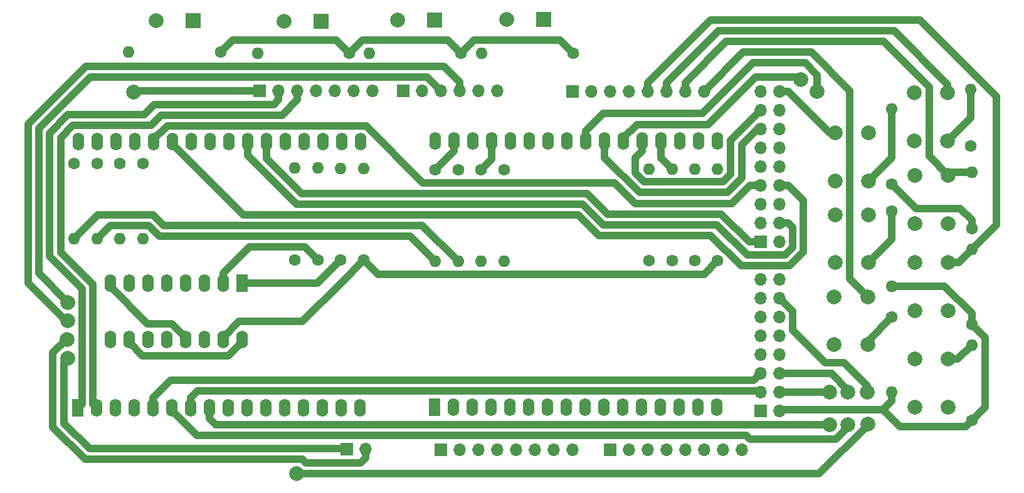
<source format=gbr>
G04 #@! TF.GenerationSoftware,KiCad,Pcbnew,7.0.2*
G04 #@! TF.CreationDate,2023-05-10T23:29:11-04:00*
G04 #@! TF.ProjectId,Tetris,54657472-6973-42e6-9b69-6361645f7063,rev?*
G04 #@! TF.SameCoordinates,Original*
G04 #@! TF.FileFunction,Copper,L1,Top*
G04 #@! TF.FilePolarity,Positive*
%FSLAX46Y46*%
G04 Gerber Fmt 4.6, Leading zero omitted, Abs format (unit mm)*
G04 Created by KiCad (PCBNEW 7.0.2) date 2023-05-10 23:29:11*
%MOMM*%
%LPD*%
G01*
G04 APERTURE LIST*
G04 #@! TA.AperFunction,ComponentPad*
%ADD10C,1.600000*%
G04 #@! TD*
G04 #@! TA.AperFunction,ComponentPad*
%ADD11O,1.600000X1.600000*%
G04 #@! TD*
G04 #@! TA.AperFunction,ComponentPad*
%ADD12C,2.000000*%
G04 #@! TD*
G04 #@! TA.AperFunction,ComponentPad*
%ADD13R,1.600000X2.400000*%
G04 #@! TD*
G04 #@! TA.AperFunction,ComponentPad*
%ADD14O,1.600000X2.400000*%
G04 #@! TD*
G04 #@! TA.AperFunction,ComponentPad*
%ADD15R,2.000000X2.000000*%
G04 #@! TD*
G04 #@! TA.AperFunction,ComponentPad*
%ADD16R,1.700000X1.700000*%
G04 #@! TD*
G04 #@! TA.AperFunction,ComponentPad*
%ADD17O,1.700000X1.700000*%
G04 #@! TD*
G04 #@! TA.AperFunction,ViaPad*
%ADD18C,2.000000*%
G04 #@! TD*
G04 #@! TA.AperFunction,Conductor*
%ADD19C,1.000000*%
G04 #@! TD*
G04 APERTURE END LIST*
D10*
G04 #@! TO.P,R13,1*
G04 #@! TO.N,Net-(M2-P_5)*
X105000000Y-91940000D03*
D11*
G04 #@! TO.P,R13,2*
G04 #@! TO.N,/S5*
X105000000Y-102100000D03*
G04 #@! TD*
D10*
G04 #@! TO.P,R14,1*
G04 #@! TO.N,Net-(M2-P_6)*
X101900000Y-91915000D03*
D11*
G04 #@! TO.P,R14,2*
G04 #@! TO.N,/S6*
X101900000Y-102075000D03*
G04 #@! TD*
D12*
G04 #@! TO.P,SW3,1,1*
G04 #@! TO.N,/18*
X213700000Y-105300000D03*
X213700000Y-111800000D03*
G04 #@! TO.P,SW3,2,2*
G04 #@! TO.N,+5V*
X209200000Y-105300000D03*
X209200000Y-111800000D03*
G04 #@! TD*
G04 #@! TO.P,SW6,1,1*
G04 #@! TO.N,/17*
X202950000Y-98850000D03*
X202950000Y-105350000D03*
G04 #@! TO.P,SW6,2,2*
G04 #@! TO.N,+5V*
X198450000Y-98850000D03*
X198450000Y-105350000D03*
G04 #@! TD*
D10*
G04 #@! TO.P,R2,1*
G04 #@! TO.N,/S2*
X179525000Y-105075000D03*
D11*
G04 #@! TO.P,R2,2*
G04 #@! TO.N,Net-(M1-P_2)*
X179525000Y-92675000D03*
G04 #@! TD*
D10*
G04 #@! TO.P,R3,1*
G04 #@! TO.N,/S3*
X173375000Y-105075000D03*
D11*
G04 #@! TO.P,R3,2*
G04 #@! TO.N,Net-(M1-P_3)*
X173375000Y-92675000D03*
G04 #@! TD*
D10*
G04 #@! TO.P,R15,1*
G04 #@! TO.N,Net-(M2-P_7)*
X98800000Y-91915000D03*
D11*
G04 #@! TO.P,R15,2*
G04 #@! TO.N,/S7*
X98800000Y-102075000D03*
G04 #@! TD*
D12*
G04 #@! TO.P,SW5,1,1*
G04 #@! TO.N,/16*
X202950000Y-87800000D03*
X202950000Y-94300000D03*
G04 #@! TO.P,SW5,2,2*
G04 #@! TO.N,+5V*
X198450000Y-87800000D03*
X198450000Y-94300000D03*
G04 #@! TD*
D13*
G04 #@! TO.P,M1,1,B_1*
G04 #@! TO.N,/A0*
X144400000Y-124900000D03*
D14*
G04 #@! TO.P,M1,2,B_2*
G04 #@! TO.N,/A1*
X146940000Y-124900000D03*
G04 #@! TO.P,M1,3,B_3*
G04 #@! TO.N,/A2*
X149480000Y-124900000D03*
G04 #@! TO.P,M1,4,B_4*
G04 #@! TO.N,/A3*
X152020000Y-124900000D03*
G04 #@! TO.P,M1,5,B_5*
G04 #@! TO.N,/A4*
X154560000Y-124900000D03*
G04 #@! TO.P,M1,6,B_6*
G04 #@! TO.N,/A5*
X157100000Y-124900000D03*
G04 #@! TO.P,M1,7,B_7*
G04 #@! TO.N,/A6*
X159640000Y-124900000D03*
G04 #@! TO.P,M1,8,B_8*
G04 #@! TO.N,/A7*
X162180000Y-124900000D03*
G04 #@! TO.P,M1,9,R_1*
G04 #@! TO.N,/A8*
X164720000Y-124900000D03*
G04 #@! TO.P,M1,10,R_2*
G04 #@! TO.N,/A9*
X167260000Y-124900000D03*
G04 #@! TO.P,M1,11,R_3*
G04 #@! TO.N,/A10*
X169800000Y-124900000D03*
G04 #@! TO.P,M1,12,R_4*
G04 #@! TO.N,/A11*
X172340000Y-124900000D03*
G04 #@! TO.P,M1,13,R_5*
G04 #@! TO.N,/A12*
X174880000Y-124900000D03*
G04 #@! TO.P,M1,14,R_6*
G04 #@! TO.N,/A13*
X177420000Y-124900000D03*
G04 #@! TO.P,M1,15,R_7*
G04 #@! TO.N,/A14*
X179960000Y-124900000D03*
G04 #@! TO.P,M1,16,R_8*
G04 #@! TO.N,/A15*
X182500000Y-124900000D03*
G04 #@! TO.P,M1,17,P_1*
G04 #@! TO.N,Net-(M1-P_1)*
X182600000Y-88900000D03*
G04 #@! TO.P,M1,18,P_2*
G04 #@! TO.N,Net-(M1-P_2)*
X180060000Y-88900000D03*
G04 #@! TO.P,M1,19,P_3*
G04 #@! TO.N,Net-(M1-P_3)*
X177520000Y-88900000D03*
G04 #@! TO.P,M1,20,P_4*
G04 #@! TO.N,Net-(M1-P_4)*
X174980000Y-88900000D03*
G04 #@! TO.P,M1,21,G_8*
G04 #@! TO.N,/22*
X172440000Y-88900000D03*
G04 #@! TO.P,M1,22,G_7*
G04 #@! TO.N,/23*
X169900000Y-88900000D03*
G04 #@! TO.P,M1,23,G_6*
G04 #@! TO.N,/24*
X167360000Y-88900000D03*
G04 #@! TO.P,M1,24,G_5*
G04 #@! TO.N,/25*
X164820000Y-88900000D03*
G04 #@! TO.P,M1,25,G_4*
G04 #@! TO.N,/26*
X162280000Y-88900000D03*
G04 #@! TO.P,M1,26,G_3*
G04 #@! TO.N,/27*
X159740000Y-88900000D03*
G04 #@! TO.P,M1,27,G_2*
G04 #@! TO.N,/28*
X157200000Y-88900000D03*
G04 #@! TO.P,M1,28,G_1*
G04 #@! TO.N,/29*
X154660000Y-88900000D03*
G04 #@! TO.P,M1,29,P_5*
G04 #@! TO.N,Net-(M1-P_5)*
X152120000Y-88900000D03*
G04 #@! TO.P,M1,30,P_6*
G04 #@! TO.N,Net-(M1-P_6)*
X149580000Y-88900000D03*
G04 #@! TO.P,M1,31,P_7*
G04 #@! TO.N,Net-(M1-P_7)*
X147040000Y-88900000D03*
G04 #@! TO.P,M1,32,P_8*
G04 #@! TO.N,Net-(M1-P_8)*
X144500000Y-88900000D03*
G04 #@! TD*
D12*
G04 #@! TO.P,SW4,1,1*
G04 #@! TO.N,/15*
X213750000Y-118400000D03*
X213750000Y-124900000D03*
G04 #@! TO.P,SW4,2,2*
G04 #@! TO.N,+5V*
X209250000Y-118400000D03*
X209250000Y-124900000D03*
G04 #@! TD*
D10*
G04 #@! TO.P,R5,1*
G04 #@! TO.N,Net-(M1-P_5)*
X150675000Y-92775000D03*
D11*
G04 #@! TO.P,R5,2*
G04 #@! TO.N,/S5*
X150675000Y-105175000D03*
G04 #@! TD*
D15*
G04 #@! TO.P,BZ4,1,-*
G04 #@! TO.N,/\u002A9*
X111750000Y-72650000D03*
D12*
G04 #@! TO.P,BZ4,2,+*
G04 #@! TO.N,Net-(BZ4-+)*
X106750000Y-72650000D03*
G04 #@! TD*
G04 #@! TO.P,SW7,1,1*
G04 #@! TO.N,/21*
X202850000Y-109950000D03*
X202850000Y-116450000D03*
G04 #@! TO.P,SW7,2,2*
G04 #@! TO.N,+5V*
X198350000Y-109950000D03*
X198350000Y-116450000D03*
G04 #@! TD*
D13*
G04 #@! TO.P,M2,1,B_1*
G04 #@! TO.N,/\u002A13*
X96210000Y-125000000D03*
D14*
G04 #@! TO.P,M2,2,B_2*
G04 #@! TO.N,/\u002A12*
X98750000Y-125000000D03*
G04 #@! TO.P,M2,3,B_3*
G04 #@! TO.N,/\u002A11*
X101290000Y-125000000D03*
G04 #@! TO.P,M2,4,B_4*
G04 #@! TO.N,/\u002A10*
X103830000Y-125000000D03*
G04 #@! TO.P,M2,5,B_5*
G04 #@! TO.N,/50*
X106370000Y-125000000D03*
G04 #@! TO.P,M2,6,B_6*
G04 #@! TO.N,/51*
X108910000Y-125000000D03*
G04 #@! TO.P,M2,7,B_7*
G04 #@! TO.N,/\u002A52*
X111450000Y-125000000D03*
G04 #@! TO.P,M2,8,B_8*
G04 #@! TO.N,/53*
X113990000Y-125000000D03*
G04 #@! TO.P,M2,9,R_1*
G04 #@! TO.N,/42*
X116530000Y-125000000D03*
G04 #@! TO.P,M2,10,R_2*
G04 #@! TO.N,/43*
X119070000Y-125000000D03*
G04 #@! TO.P,M2,11,R_3*
G04 #@! TO.N,/\u002A44*
X121610000Y-125000000D03*
G04 #@! TO.P,M2,12,R_4*
G04 #@! TO.N,/\u002A45*
X124150000Y-125000000D03*
G04 #@! TO.P,M2,13,R_5*
G04 #@! TO.N,/\u002A46*
X126690000Y-125000000D03*
G04 #@! TO.P,M2,14,R_6*
G04 #@! TO.N,/47*
X129230000Y-125000000D03*
G04 #@! TO.P,M2,15,R_7*
G04 #@! TO.N,/48*
X131770000Y-125000000D03*
G04 #@! TO.P,M2,16,R_8*
G04 #@! TO.N,/49*
X134310000Y-125000000D03*
G04 #@! TO.P,M2,17,P_1*
G04 #@! TO.N,Net-(M2-P_1)*
X134410000Y-89000000D03*
G04 #@! TO.P,M2,18,P_2*
G04 #@! TO.N,Net-(M2-P_2)*
X131870000Y-89000000D03*
G04 #@! TO.P,M2,19,P_3*
G04 #@! TO.N,Net-(M2-P_3)*
X129330000Y-89000000D03*
G04 #@! TO.P,M2,20,P_4*
G04 #@! TO.N,Net-(M2-P_4)*
X126790000Y-89000000D03*
G04 #@! TO.P,M2,21,G_8*
G04 #@! TO.N,/37*
X124250000Y-89000000D03*
G04 #@! TO.P,M2,22,G_7*
G04 #@! TO.N,/36*
X121710000Y-89000000D03*
G04 #@! TO.P,M2,23,G_6*
G04 #@! TO.N,/35*
X119170000Y-89000000D03*
G04 #@! TO.P,M2,24,G_5*
G04 #@! TO.N,/34*
X116630000Y-89000000D03*
G04 #@! TO.P,M2,25,G_4*
G04 #@! TO.N,/33*
X114090000Y-89000000D03*
G04 #@! TO.P,M2,26,G_3*
G04 #@! TO.N,/32*
X111550000Y-89000000D03*
G04 #@! TO.P,M2,27,G_2*
G04 #@! TO.N,/31*
X109010000Y-89000000D03*
G04 #@! TO.P,M2,28,G_1*
G04 #@! TO.N,/30*
X106470000Y-89000000D03*
G04 #@! TO.P,M2,29,P_5*
G04 #@! TO.N,Net-(M2-P_5)*
X103930000Y-89000000D03*
G04 #@! TO.P,M2,30,P_6*
G04 #@! TO.N,Net-(M2-P_6)*
X101390000Y-89000000D03*
G04 #@! TO.P,M2,31,P_7*
G04 #@! TO.N,Net-(M2-P_7)*
X98850000Y-89000000D03*
G04 #@! TO.P,M2,32,P_8*
G04 #@! TO.N,Net-(M2-P_8)*
X96310000Y-89000000D03*
G04 #@! TD*
D15*
G04 #@! TO.P,BZ3,1,-*
G04 #@! TO.N,/\u002A8*
X129075000Y-72715000D03*
D12*
G04 #@! TO.P,BZ3,2,+*
G04 #@! TO.N,Net-(BZ3-+)*
X124075000Y-72715000D03*
G04 #@! TD*
D15*
G04 #@! TO.P,BZ1,1,-*
G04 #@! TO.N,/\u002A6*
X159150000Y-72450000D03*
D12*
G04 #@! TO.P,BZ1,2,+*
G04 #@! TO.N,Net-(BZ1-+)*
X154150000Y-72450000D03*
G04 #@! TD*
D10*
G04 #@! TO.P,R11,1*
G04 #@! TO.N,/S3*
X128600000Y-104975000D03*
D11*
G04 #@! TO.P,R11,2*
G04 #@! TO.N,Net-(M2-P_3)*
X128600000Y-92575000D03*
G04 #@! TD*
D10*
G04 #@! TO.P,R12,1*
G04 #@! TO.N,/S4*
X125500000Y-104975000D03*
D11*
G04 #@! TO.P,R12,2*
G04 #@! TO.N,Net-(M2-P_4)*
X125500000Y-92575000D03*
G04 #@! TD*
D13*
G04 #@! TO.P,U1,1,QB*
G04 #@! TO.N,/S2*
X118355000Y-108155000D03*
D14*
G04 #@! TO.P,U1,2,QC*
G04 #@! TO.N,/S3*
X115815000Y-108155000D03*
G04 #@! TO.P,U1,3,QD*
G04 #@! TO.N,/S4*
X113275000Y-108155000D03*
G04 #@! TO.P,U1,4,QE*
G04 #@! TO.N,/S5*
X110735000Y-108155000D03*
G04 #@! TO.P,U1,5,QF*
G04 #@! TO.N,/S6*
X108195000Y-108155000D03*
G04 #@! TO.P,U1,6,QG*
G04 #@! TO.N,/S7*
X105655000Y-108155000D03*
G04 #@! TO.P,U1,7,QH*
G04 #@! TO.N,/S8*
X103115000Y-108155000D03*
G04 #@! TO.P,U1,8,GND*
G04 #@! TO.N,GND*
X100575000Y-108155000D03*
G04 #@! TO.P,U1,9,QH'*
G04 #@! TO.N,unconnected-(U1-QH'-Pad9)*
X100575000Y-115775000D03*
G04 #@! TO.P,U1,10,~{SRCLR}*
G04 #@! TO.N,+5V*
X103115000Y-115775000D03*
G04 #@! TO.P,U1,11,SRCLK*
G04 #@! TO.N,/\u002A4*
X105655000Y-115775000D03*
G04 #@! TO.P,U1,12,RCLK*
G04 #@! TO.N,/\u002A5*
X108195000Y-115775000D03*
G04 #@! TO.P,U1,13,~{OE}*
G04 #@! TO.N,GND*
X110735000Y-115775000D03*
G04 #@! TO.P,U1,14,SER*
G04 #@! TO.N,/40*
X113275000Y-115775000D03*
G04 #@! TO.P,U1,15,QA*
G04 #@! TO.N,/S1*
X115815000Y-115775000D03*
G04 #@! TO.P,U1,16,VCC*
G04 #@! TO.N,+5V*
X118355000Y-115775000D03*
G04 #@! TD*
D10*
G04 #@! TO.P,R1,1*
G04 #@! TO.N,/S1*
X182600000Y-105075000D03*
D11*
G04 #@! TO.P,R1,2*
G04 #@! TO.N,Net-(M1-P_1)*
X182600000Y-92675000D03*
G04 #@! TD*
D10*
G04 #@! TO.P,R16,1*
G04 #@! TO.N,Net-(M2-P_8)*
X95725000Y-91915000D03*
D11*
G04 #@! TO.P,R16,2*
G04 #@! TO.N,/S8*
X95725000Y-102075000D03*
G04 #@! TD*
D10*
G04 #@! TO.P,R9,1*
G04 #@! TO.N,/S1*
X134800000Y-105000000D03*
D11*
G04 #@! TO.P,R9,2*
G04 #@! TO.N,Net-(M2-P_1)*
X134800000Y-92600000D03*
G04 #@! TD*
D10*
G04 #@! TO.P,R10,1*
G04 #@! TO.N,/S2*
X131700000Y-105000000D03*
D11*
G04 #@! TO.P,R10,2*
G04 #@! TO.N,Net-(M2-P_2)*
X131700000Y-92600000D03*
G04 #@! TD*
D10*
G04 #@! TO.P,R7,1*
G04 #@! TO.N,Net-(M1-P_7)*
X144475000Y-92775000D03*
D11*
G04 #@! TO.P,R7,2*
G04 #@! TO.N,/S7*
X144475000Y-105175000D03*
G04 #@! TD*
D10*
G04 #@! TO.P,R6,1*
G04 #@! TO.N,Net-(M1-P_6)*
X153775000Y-92775000D03*
D11*
G04 #@! TO.P,R6,2*
G04 #@! TO.N,/S6*
X153775000Y-105175000D03*
G04 #@! TD*
D12*
G04 #@! TO.P,SW2,1,1*
G04 #@! TO.N,/20*
X213750000Y-93550000D03*
X213750000Y-100050000D03*
G04 #@! TO.P,SW2,2,2*
G04 #@! TO.N,+5V*
X209250000Y-93550000D03*
X209250000Y-100050000D03*
G04 #@! TD*
D15*
G04 #@! TO.P,BZ2,1,-*
G04 #@! TO.N,/\u002A7*
X144350000Y-72550000D03*
D12*
G04 #@! TO.P,BZ2,2,+*
G04 #@! TO.N,Net-(BZ2-+)*
X139350000Y-72550000D03*
G04 #@! TD*
G04 #@! TO.P,SW1,1,1*
G04 #@! TO.N,/19*
X213650000Y-82400000D03*
X213650000Y-88900000D03*
G04 #@! TO.P,SW1,2,2*
G04 #@! TO.N,+5V*
X209150000Y-82400000D03*
X209150000Y-88900000D03*
G04 #@! TD*
D10*
G04 #@! TO.P,R4,1*
G04 #@! TO.N,/S4*
X176450000Y-105075000D03*
D11*
G04 #@! TO.P,R4,2*
G04 #@! TO.N,Net-(M1-P_4)*
X176450000Y-92675000D03*
G04 #@! TD*
D10*
G04 #@! TO.P,R8,1*
G04 #@! TO.N,Net-(M1-P_8)*
X147575000Y-92775000D03*
D11*
G04 #@! TO.P,R8,2*
G04 #@! TO.N,/S8*
X147575000Y-105175000D03*
G04 #@! TD*
D16*
G04 #@! TO.P,J7,1,Pin_1*
G04 #@! TO.N,/36*
X188392000Y-102530000D03*
D17*
G04 #@! TO.P,J7,2,Pin_2*
G04 #@! TO.N,/37*
X190932000Y-102530000D03*
G04 #@! TO.P,J7,3,Pin_3*
G04 #@! TO.N,/34*
X188392000Y-99990000D03*
G04 #@! TO.P,J7,4,Pin_4*
G04 #@! TO.N,/35*
X190932000Y-99990000D03*
G04 #@! TO.P,J7,5,Pin_5*
G04 #@! TO.N,/32*
X188392000Y-97450000D03*
G04 #@! TO.P,J7,6,Pin_6*
G04 #@! TO.N,/33*
X190932000Y-97450000D03*
G04 #@! TO.P,J7,7,Pin_7*
G04 #@! TO.N,/30*
X188392000Y-94910000D03*
G04 #@! TO.P,J7,8,Pin_8*
G04 #@! TO.N,/31*
X190932000Y-94910000D03*
G04 #@! TO.P,J7,9,Pin_9*
G04 #@! TO.N,/28*
X188392000Y-92370000D03*
G04 #@! TO.P,J7,10,Pin_10*
G04 #@! TO.N,/29*
X190932000Y-92370000D03*
G04 #@! TO.P,J7,11,Pin_11*
G04 #@! TO.N,/26*
X188392000Y-89830000D03*
G04 #@! TO.P,J7,12,Pin_12*
G04 #@! TO.N,/27*
X190932000Y-89830000D03*
G04 #@! TO.P,J7,13,Pin_13*
G04 #@! TO.N,/24*
X188392000Y-87290000D03*
G04 #@! TO.P,J7,14,Pin_14*
G04 #@! TO.N,/25*
X190932000Y-87290000D03*
G04 #@! TO.P,J7,15,Pin_15*
G04 #@! TO.N,/22*
X188392000Y-84750000D03*
G04 #@! TO.P,J7,16,Pin_16*
G04 #@! TO.N,/23*
X190932000Y-84750000D03*
G04 #@! TO.P,J7,17,Pin_17*
G04 #@! TO.N,+5V*
X188392000Y-82210000D03*
G04 #@! TO.P,J7,18,Pin_18*
X190932000Y-82210000D03*
G04 #@! TD*
D10*
G04 #@! TO.P,R27,1*
G04 #@! TO.N,GND*
X115500000Y-76850000D03*
D11*
G04 #@! TO.P,R27,2*
G04 #@! TO.N,Net-(BZ4-+)*
X103100000Y-76850000D03*
G04 #@! TD*
D16*
G04 #@! TO.P,J8,1,Pin_1*
G04 #@! TO.N,GND*
X188410000Y-125380000D03*
D17*
G04 #@! TO.P,J8,2,Pin_2*
X190950000Y-125380000D03*
G04 #@! TO.P,J8,3,Pin_3*
G04 #@! TO.N,/\u002A52*
X188410000Y-122840000D03*
G04 #@! TO.P,J8,4,Pin_4*
G04 #@! TO.N,/53*
X190950000Y-122840000D03*
G04 #@! TO.P,J8,5,Pin_5*
G04 #@! TO.N,/50*
X188410000Y-120300000D03*
G04 #@! TO.P,J8,6,Pin_6*
G04 #@! TO.N,/51*
X190950000Y-120300000D03*
G04 #@! TO.P,J8,7,Pin_7*
G04 #@! TO.N,/48*
X188410000Y-117760000D03*
G04 #@! TO.P,J8,8,Pin_8*
G04 #@! TO.N,/49*
X190950000Y-117760000D03*
G04 #@! TO.P,J8,9,Pin_9*
G04 #@! TO.N,/\u002A46*
X188410000Y-115220000D03*
G04 #@! TO.P,J8,10,Pin_10*
G04 #@! TO.N,/47*
X190950000Y-115220000D03*
G04 #@! TO.P,J8,11,Pin_11*
G04 #@! TO.N,/\u002A44*
X188410000Y-112680000D03*
G04 #@! TO.P,J8,12,Pin_12*
G04 #@! TO.N,/\u002A45*
X190950000Y-112680000D03*
G04 #@! TO.P,J8,13,Pin_13*
G04 #@! TO.N,/42*
X188410000Y-110140000D03*
G04 #@! TO.P,J8,14,Pin_14*
G04 #@! TO.N,/43*
X190950000Y-110140000D03*
G04 #@! TO.P,J8,15,Pin_15*
G04 #@! TO.N,/40*
X188410000Y-107600000D03*
G04 #@! TO.P,J8,16,Pin_16*
G04 #@! TO.N,/41*
X190950000Y-107600000D03*
G04 #@! TD*
D16*
G04 #@! TO.P,J2,1,Pin_1*
G04 #@! TO.N,GND*
X120800000Y-82100000D03*
D17*
G04 #@! TO.P,J2,2,Pin_2*
G04 #@! TO.N,/\u002A13*
X123340000Y-82100000D03*
G04 #@! TO.P,J2,3,Pin_3*
G04 #@! TO.N,/\u002A12*
X125880000Y-82100000D03*
G04 #@! TO.P,J2,4,Pin_4*
G04 #@! TO.N,/\u002A11*
X128420000Y-82100000D03*
G04 #@! TO.P,J2,5,Pin_5*
G04 #@! TO.N,/\u002A10*
X130960000Y-82100000D03*
G04 #@! TO.P,J2,6,Pin_6*
G04 #@! TO.N,/\u002A9*
X133500000Y-82100000D03*
G04 #@! TO.P,J2,7,Pin_7*
G04 #@! TO.N,/\u002A8*
X136040000Y-82100000D03*
G04 #@! TD*
D10*
G04 #@! TO.P,R19,1*
G04 #@! TO.N,GND*
X216900000Y-113680000D03*
D11*
G04 #@! TO.P,R19,2*
G04 #@! TO.N,/18*
X216900000Y-103520000D03*
G04 #@! TD*
D16*
G04 #@! TO.P,J1,1,Pin_1*
G04 #@! TO.N,+5V*
X132525000Y-130550000D03*
D17*
G04 #@! TO.P,J1,2,Pin_2*
G04 #@! TO.N,GND*
X135065000Y-130550000D03*
G04 #@! TD*
D10*
G04 #@! TO.P,R25,1*
G04 #@! TO.N,GND*
X147940000Y-77000000D03*
D11*
G04 #@! TO.P,R25,2*
G04 #@! TO.N,Net-(BZ2-+)*
X135540000Y-77000000D03*
G04 #@! TD*
D10*
G04 #@! TO.P,R18,1*
G04 #@! TO.N,GND*
X216900000Y-100710000D03*
D11*
G04 #@! TO.P,R18,2*
G04 #@! TO.N,/20*
X216900000Y-93090000D03*
G04 #@! TD*
D10*
G04 #@! TO.P,R17,1*
G04 #@! TO.N,GND*
X216800000Y-89560000D03*
D11*
G04 #@! TO.P,R17,2*
G04 #@! TO.N,/19*
X216800000Y-81940000D03*
G04 #@! TD*
D10*
G04 #@! TO.P,R26,1*
G04 #@! TO.N,GND*
X132875000Y-77015000D03*
D11*
G04 #@! TO.P,R26,2*
G04 #@! TO.N,Net-(BZ3-+)*
X120475000Y-77015000D03*
G04 #@! TD*
D16*
G04 #@! TO.P,J5,1,Pin_1*
G04 #@! TO.N,/A8*
X168057000Y-130600000D03*
D17*
G04 #@! TO.P,J5,2,Pin_2*
G04 #@! TO.N,/A9*
X170597000Y-130600000D03*
G04 #@! TO.P,J5,3,Pin_3*
G04 #@! TO.N,/A10*
X173137000Y-130600000D03*
G04 #@! TO.P,J5,4,Pin_4*
G04 #@! TO.N,/A11*
X175677000Y-130600000D03*
G04 #@! TO.P,J5,5,Pin_5*
G04 #@! TO.N,/A12*
X178217000Y-130600000D03*
G04 #@! TO.P,J5,6,Pin_6*
G04 #@! TO.N,/A13*
X180757000Y-130600000D03*
G04 #@! TO.P,J5,7,Pin_7*
G04 #@! TO.N,/A14*
X183297000Y-130600000D03*
G04 #@! TO.P,J5,8,Pin_8*
G04 #@! TO.N,/A15*
X185837000Y-130600000D03*
G04 #@! TD*
D10*
G04 #@! TO.P,R22,1*
G04 #@! TO.N,/17*
X206100000Y-98360000D03*
D11*
G04 #@! TO.P,R22,2*
G04 #@! TO.N,GND*
X206100000Y-108520000D03*
G04 #@! TD*
D10*
G04 #@! TO.P,R23,1*
G04 #@! TO.N,/21*
X206100000Y-112710000D03*
D11*
G04 #@! TO.P,R23,2*
G04 #@! TO.N,GND*
X206100000Y-122870000D03*
G04 #@! TD*
D10*
G04 #@! TO.P,R24,1*
G04 #@! TO.N,GND*
X163100000Y-77000000D03*
D11*
G04 #@! TO.P,R24,2*
G04 #@! TO.N,Net-(BZ1-+)*
X150700000Y-77000000D03*
G04 #@! TD*
D16*
G04 #@! TO.P,J4,1,Pin_1*
G04 #@! TO.N,/\u002A7*
X140117000Y-82100000D03*
D17*
G04 #@! TO.P,J4,2,Pin_2*
G04 #@! TO.N,/\u002A6*
X142657000Y-82100000D03*
G04 #@! TO.P,J4,3,Pin_3*
G04 #@! TO.N,/\u002A5*
X145197000Y-82100000D03*
G04 #@! TO.P,J4,4,Pin_4*
G04 #@! TO.N,/\u002A4*
X147737000Y-82100000D03*
G04 #@! TO.P,J4,5,Pin_5*
G04 #@! TO.N,/\u002A3*
X150277000Y-82100000D03*
G04 #@! TO.P,J4,6,Pin_6*
G04 #@! TO.N,/\u002A2*
X152817000Y-82100000D03*
G04 #@! TD*
D10*
G04 #@! TO.P,R21,1*
G04 #@! TO.N,GND*
X206100000Y-94730000D03*
D11*
G04 #@! TO.P,R21,2*
G04 #@! TO.N,/16*
X206100000Y-84570000D03*
G04 #@! TD*
D10*
G04 #@! TO.P,R20,1*
G04 #@! TO.N,GND*
X216900000Y-126660000D03*
D11*
G04 #@! TO.P,R20,2*
G04 #@! TO.N,/15*
X216900000Y-116500000D03*
G04 #@! TD*
D16*
G04 #@! TO.P,J6,1,Pin_1*
G04 #@! TO.N,/14*
X162997000Y-82200000D03*
D17*
G04 #@! TO.P,J6,2,Pin_2*
G04 #@! TO.N,/15*
X165537000Y-82200000D03*
G04 #@! TO.P,J6,3,Pin_3*
G04 #@! TO.N,/16*
X168077000Y-82200000D03*
G04 #@! TO.P,J6,4,Pin_4*
G04 #@! TO.N,/17*
X170617000Y-82200000D03*
G04 #@! TO.P,J6,5,Pin_5*
G04 #@! TO.N,/18*
X173157000Y-82200000D03*
G04 #@! TO.P,J6,6,Pin_6*
G04 #@! TO.N,/19*
X175697000Y-82200000D03*
G04 #@! TO.P,J6,7,Pin_7*
G04 #@! TO.N,/20*
X178237000Y-82200000D03*
G04 #@! TO.P,J6,8,Pin_8*
G04 #@! TO.N,/21*
X180777000Y-82200000D03*
G04 #@! TD*
D16*
G04 #@! TO.P,J3,1,Pin_1*
G04 #@! TO.N,/A0*
X145197000Y-130600000D03*
D17*
G04 #@! TO.P,J3,2,Pin_2*
G04 #@! TO.N,/A1*
X147737000Y-130600000D03*
G04 #@! TO.P,J3,3,Pin_3*
G04 #@! TO.N,/A2*
X150277000Y-130600000D03*
G04 #@! TO.P,J3,4,Pin_4*
G04 #@! TO.N,/A3*
X152817000Y-130600000D03*
G04 #@! TO.P,J3,5,Pin_5*
G04 #@! TO.N,/A4*
X155357000Y-130600000D03*
G04 #@! TO.P,J3,6,Pin_6*
G04 #@! TO.N,/A5*
X157897000Y-130600000D03*
G04 #@! TO.P,J3,7,Pin_7*
G04 #@! TO.N,/A6*
X160437000Y-130600000D03*
G04 #@! TO.P,J3,8,Pin_8*
G04 #@! TO.N,/A7*
X162977000Y-130600000D03*
G04 #@! TD*
D18*
G04 #@! TO.N,GND*
X94775000Y-115700000D03*
X103725000Y-82275000D03*
G04 #@! TO.N,/53*
X197740000Y-127250000D03*
X197740000Y-122850000D03*
G04 #@! TO.N,/51*
X200200000Y-122850000D03*
X200200000Y-127250000D03*
G04 #@! TO.N,/43*
X125750000Y-133890000D03*
X202850000Y-127190000D03*
X202800000Y-122840000D03*
G04 #@! TO.N,/25*
X196050000Y-82190000D03*
G04 #@! TO.N,/23*
X193850000Y-80590000D03*
G04 #@! TO.N,+5V*
X94850000Y-118275000D03*
G04 #@! TO.N,/\u002A5*
X94850000Y-110700000D03*
G04 #@! TO.N,/\u002A4*
X94875000Y-113175000D03*
G04 #@! TD*
D19*
G04 #@! TO.N,GND*
X207209999Y-127459999D02*
X216100001Y-127459999D01*
X132875000Y-77015000D02*
X134640000Y-75250000D01*
X206100000Y-94730000D02*
X209409315Y-98039315D01*
X110735000Y-115440126D02*
X110735000Y-115775000D01*
X216900000Y-99578630D02*
X216900000Y-100710000D01*
X94667283Y-115700000D02*
X94775000Y-115700000D01*
X131125000Y-75265000D02*
X132875000Y-77015000D01*
X216900000Y-112171572D02*
X213248428Y-108520000D01*
X120800000Y-82100000D02*
X103900000Y-82100000D01*
X105645000Y-113625000D02*
X108919874Y-113625000D01*
X92850000Y-127590610D02*
X97199390Y-131940000D01*
X146190000Y-75250000D02*
X147940000Y-77000000D01*
X127057717Y-132440000D02*
X134377081Y-132440000D01*
X117085000Y-75265000D02*
X131125000Y-75265000D01*
X216900000Y-113680000D02*
X216900000Y-112171572D01*
X216100001Y-127459999D02*
X216900000Y-126660000D01*
X203770000Y-125200000D02*
X204950000Y-125200000D01*
X92850000Y-127590610D02*
X92850000Y-117517283D01*
X135065000Y-131752081D02*
X135065000Y-130550000D01*
X134377081Y-132440000D02*
X135065000Y-131752081D01*
X218700000Y-124860000D02*
X216900000Y-126660000D01*
X147940000Y-77000000D02*
X149690000Y-75250000D01*
X204950000Y-125200000D02*
X206100000Y-124050000D01*
X126557717Y-131940000D02*
X127057717Y-132440000D01*
X190950000Y-125380000D02*
X191130000Y-125200000D01*
X216900000Y-113680000D02*
X218700000Y-115480000D01*
X161350000Y-75250000D02*
X163100000Y-77000000D01*
X97199390Y-131940000D02*
X126557717Y-131940000D01*
X134640000Y-75250000D02*
X146190000Y-75250000D01*
X103900000Y-82100000D02*
X103725000Y-82275000D01*
X191130000Y-125200000D02*
X202650000Y-125200000D01*
X149690000Y-75250000D02*
X161350000Y-75250000D01*
X100575000Y-108155000D02*
X100575000Y-108555000D01*
X215360685Y-98039315D02*
X216900000Y-99578630D01*
X218700000Y-115480000D02*
X218700000Y-124860000D01*
X108919874Y-113625000D02*
X110735000Y-115440126D01*
X202650000Y-125200000D02*
X203770000Y-125200000D01*
X92850000Y-117517283D02*
X94667283Y-115700000D01*
X213248428Y-108520000D02*
X206100000Y-108520000D01*
X204950000Y-125200000D02*
X207209999Y-127459999D01*
X115500000Y-76850000D02*
X117085000Y-75265000D01*
X206100000Y-124050000D02*
X206100000Y-122870000D01*
X209409315Y-98039315D02*
X215360685Y-98039315D01*
X100575000Y-108555000D02*
X105645000Y-113625000D01*
G04 #@! TO.N,/\u002A52*
X112350000Y-122700000D02*
X111450000Y-123600000D01*
X188392000Y-122855000D02*
X188237000Y-122700000D01*
X111450000Y-123600000D02*
X111450000Y-125000000D01*
X188237000Y-122700000D02*
X112350000Y-122700000D01*
G04 #@! TO.N,/53*
X113990000Y-126400000D02*
X113990000Y-125000000D01*
X191703296Y-127250000D02*
X191698296Y-127245000D01*
X114835000Y-127245000D02*
X113990000Y-126400000D01*
X190932000Y-122855000D02*
X197735000Y-122855000D01*
X197735000Y-122855000D02*
X197740000Y-122850000D01*
X197740000Y-127250000D02*
X191703296Y-127250000D01*
X191698296Y-127245000D02*
X114835000Y-127245000D01*
G04 #@! TO.N,/50*
X108720000Y-121250000D02*
X106370000Y-123600000D01*
X188410000Y-120300000D02*
X187460000Y-121250000D01*
X106370000Y-123600000D02*
X106370000Y-125000000D01*
X187460000Y-121250000D02*
X108720000Y-121250000D01*
G04 #@! TO.N,/51*
X190950000Y-120300000D02*
X197947717Y-120300000D01*
X200200000Y-127547717D02*
X200200000Y-127250000D01*
X200200000Y-122552283D02*
X197947717Y-120300000D01*
X200200000Y-122850000D02*
X200200000Y-122552283D01*
X198547717Y-129200000D02*
X186980000Y-129200000D01*
X198547717Y-129200000D02*
X200200000Y-127547717D01*
X108910000Y-125334874D02*
X112275126Y-128700000D01*
X186480000Y-128700000D02*
X112275126Y-128700000D01*
X186980000Y-129200000D02*
X186480000Y-128700000D01*
X108910000Y-125000000D02*
X108910000Y-125334874D01*
G04 #@! TO.N,/43*
X190955585Y-110140000D02*
X190950000Y-110140000D01*
X199665585Y-118850000D02*
X197125585Y-118850000D01*
X202850000Y-127357717D02*
X202850000Y-127190000D01*
X125750000Y-133890000D02*
X196317717Y-133890000D01*
X199665585Y-118850000D02*
X202800000Y-121984415D01*
X192750000Y-114474415D02*
X192750000Y-111934415D01*
X197125585Y-118850000D02*
X192750000Y-114474415D01*
X192750000Y-111934415D02*
X190955585Y-110140000D01*
X202800000Y-121984415D02*
X202800000Y-122840000D01*
X196317717Y-133890000D02*
X202850000Y-127357717D01*
G04 #@! TO.N,/36*
X164951220Y-95975000D02*
X126425126Y-95975000D01*
X126425126Y-95975000D02*
X121710000Y-91259874D01*
X183087610Y-98775000D02*
X167751220Y-98775000D01*
X121710000Y-91259874D02*
X121710000Y-89000000D01*
X188392000Y-102530000D02*
X186842610Y-102530000D01*
X167751220Y-98775000D02*
X164951220Y-95975000D01*
X186842610Y-102530000D02*
X183087610Y-98775000D01*
G04 #@! TO.N,/35*
X192732000Y-103275585D02*
X191677585Y-104330000D01*
X192134081Y-99990000D02*
X192732000Y-100587919D01*
X167150610Y-100225000D02*
X164350610Y-97425000D01*
X186592000Y-104330000D02*
X182487000Y-100225000D01*
X192732000Y-100587919D02*
X192732000Y-103275585D01*
X190932000Y-99990000D02*
X192134081Y-99990000D01*
X125759516Y-97425000D02*
X119170000Y-90835484D01*
X119170000Y-90835484D02*
X119170000Y-89000000D01*
X191677585Y-104330000D02*
X186592000Y-104330000D01*
X164350610Y-97425000D02*
X125759516Y-97425000D01*
X182487000Y-100225000D02*
X167150610Y-100225000D01*
G04 #@! TO.N,/30*
X168648906Y-94525000D02*
X171448906Y-97325000D01*
X133375000Y-86850000D02*
X108285126Y-86850000D01*
X133375000Y-86850000D02*
X135134874Y-86850000D01*
X171448906Y-97325000D02*
X184526094Y-97325000D01*
X135134874Y-86850000D02*
X142809874Y-94525000D01*
X142809874Y-94525000D02*
X168648906Y-94525000D01*
X184526094Y-97325000D02*
X186941094Y-94910000D01*
X186941094Y-94910000D02*
X188392000Y-94910000D01*
X106470000Y-88665126D02*
X106470000Y-89000000D01*
X108285126Y-86850000D02*
X106470000Y-88665126D01*
G04 #@! TO.N,/31*
X163750000Y-98875000D02*
X166550000Y-101675000D01*
X192278195Y-105780000D02*
X194182000Y-103876195D01*
X109010000Y-89000000D02*
X109010000Y-89334874D01*
X192134081Y-94910000D02*
X190932000Y-94910000D01*
X166550000Y-101675000D02*
X181674874Y-101675000D01*
X194182000Y-96957919D02*
X192134081Y-94910000D01*
X181674874Y-101675000D02*
X185779874Y-105780000D01*
X109010000Y-89334874D02*
X118550126Y-98875000D01*
X185779874Y-105780000D02*
X192278195Y-105780000D01*
X194182000Y-103876195D02*
X194182000Y-96957919D01*
X118550126Y-98875000D02*
X163750000Y-98875000D01*
G04 #@! TO.N,/24*
X183925484Y-95875000D02*
X172049516Y-95875000D01*
X188392000Y-87295000D02*
X188005000Y-87295000D01*
X167360000Y-91185484D02*
X167360000Y-88900000D01*
X172049516Y-95875000D02*
X167360000Y-91185484D01*
X185900000Y-93900484D02*
X183925484Y-95875000D01*
X188005000Y-87295000D02*
X185900000Y-89400000D01*
X185900000Y-89400000D02*
X185900000Y-93900484D01*
G04 #@! TO.N,/25*
X164820000Y-87500000D02*
X167120000Y-85200000D01*
X164820000Y-88900000D02*
X164820000Y-87500000D01*
X180500000Y-85200000D02*
X187350000Y-78350000D01*
X196050000Y-79992283D02*
X196050000Y-82190000D01*
X187350000Y-78350000D02*
X194407717Y-78350000D01*
X167120000Y-85200000D02*
X180500000Y-85200000D01*
X194407717Y-78350000D02*
X196050000Y-79992283D01*
G04 #@! TO.N,/22*
X172650126Y-94425000D02*
X183324874Y-94425000D01*
X184350000Y-88786415D02*
X188386415Y-84750000D01*
X171475000Y-91200126D02*
X171475000Y-93249874D01*
X171475000Y-93249874D02*
X172650126Y-94425000D01*
X184350000Y-93399874D02*
X184350000Y-88786415D01*
X172440000Y-90235126D02*
X171475000Y-91200126D01*
X172440000Y-88900000D02*
X172440000Y-90235126D01*
X188386415Y-84750000D02*
X188392000Y-84750000D01*
X183324874Y-94425000D02*
X184350000Y-93399874D01*
G04 #@! TO.N,/23*
X169900000Y-88494416D02*
X169900000Y-88900000D01*
X193550000Y-80290000D02*
X193850000Y-80590000D01*
X187700704Y-80290000D02*
X181290704Y-86700000D01*
X187700704Y-80290000D02*
X193550000Y-80290000D01*
X171694416Y-86700000D02*
X169900000Y-88494416D01*
X181290704Y-86700000D02*
X171694416Y-86700000D01*
G04 #@! TO.N,+5V*
X190932000Y-82210000D02*
X192134081Y-82210000D01*
X104930126Y-117925000D02*
X103115000Y-116109874D01*
X197724081Y-87800000D02*
X198450000Y-87800000D01*
X94375000Y-118750000D02*
X94375000Y-127065000D01*
X118355000Y-115775000D02*
X118355000Y-116109874D01*
X118355000Y-116109874D02*
X116539874Y-117925000D01*
X103115000Y-116109874D02*
X103115000Y-115775000D01*
X94375000Y-127065000D02*
X97800000Y-130490000D01*
X116539874Y-117925000D02*
X104930126Y-117925000D01*
X94850000Y-118275000D02*
X94375000Y-118750000D01*
X97800000Y-130490000D02*
X132465000Y-130490000D01*
X132465000Y-130490000D02*
X132525000Y-130550000D01*
X192134081Y-82210000D02*
X197724081Y-87800000D01*
G04 #@! TO.N,/\u002A13*
X96775000Y-124435000D02*
X96775000Y-108850610D01*
X96210000Y-125000000D02*
X96775000Y-124435000D01*
X106550000Y-83950000D02*
X105150000Y-85350000D01*
X122692081Y-83950000D02*
X123340000Y-83302081D01*
X122692081Y-83950000D02*
X106550000Y-83950000D01*
X94893096Y-85350000D02*
X92400000Y-87843096D01*
X96775000Y-108850610D02*
X92400000Y-104475610D01*
X105150000Y-85350000D02*
X94893096Y-85350000D01*
X92400000Y-104475610D02*
X92400000Y-87843096D01*
X123340000Y-83302081D02*
X123340000Y-82100000D01*
G04 #@! TO.N,/\u002A12*
X98225000Y-108250000D02*
X98225000Y-124475000D01*
X93900000Y-103925000D02*
X98225000Y-108250000D01*
X95564416Y-86800000D02*
X93900000Y-88464416D01*
X123782081Y-85400000D02*
X107500000Y-85400000D01*
X93900000Y-88464416D02*
X93900000Y-103925000D01*
X125880000Y-82100000D02*
X125880000Y-83302081D01*
X106100000Y-86800000D02*
X95564416Y-86800000D01*
X125880000Y-83302081D02*
X123782081Y-85400000D01*
X98225000Y-124475000D02*
X98750000Y-125000000D01*
X107500000Y-85400000D02*
X106100000Y-86800000D01*
G04 #@! TO.N,/\u002A5*
X90950000Y-106800000D02*
X90950000Y-87242486D01*
X90950000Y-87242486D02*
X97892486Y-80300000D01*
X94850000Y-110700000D02*
X90950000Y-106800000D01*
X97892486Y-80300000D02*
X143402585Y-80300000D01*
X145197000Y-82094415D02*
X145197000Y-82100000D01*
X143402585Y-80300000D02*
X145197000Y-82094415D01*
G04 #@! TO.N,/\u002A4*
X97291876Y-78850000D02*
X145689081Y-78850000D01*
X145689081Y-78850000D02*
X147737000Y-80897919D01*
X94567283Y-113175000D02*
X94875000Y-113175000D01*
X89500000Y-108107717D02*
X94567283Y-113175000D01*
X89500000Y-86641876D02*
X89500000Y-108107717D01*
X97291876Y-78850000D02*
X89500000Y-86641876D01*
X147737000Y-80897919D02*
X147737000Y-82100000D01*
G04 #@! TO.N,Net-(M1-P_4)*
X174980000Y-88900000D02*
X174980000Y-91205000D01*
X174980000Y-91205000D02*
X176450000Y-92675000D01*
G04 #@! TO.N,Net-(M1-P_5)*
X152120000Y-91330000D02*
X152120000Y-88900000D01*
X150675000Y-92775000D02*
X152120000Y-91330000D01*
G04 #@! TO.N,Net-(M1-P_7)*
X147040000Y-88900000D02*
X147040000Y-90210000D01*
X147040000Y-90210000D02*
X144475000Y-92775000D01*
G04 #@! TO.N,/S1*
X117980126Y-113275000D02*
X126525000Y-113275000D01*
X115815000Y-115440126D02*
X117980126Y-113275000D01*
X182600000Y-105075000D02*
X180750000Y-106925000D01*
X115815000Y-115775000D02*
X115815000Y-115440126D01*
X131812500Y-107987500D02*
X134800000Y-105000000D01*
X126525000Y-113275000D02*
X131812500Y-107987500D01*
X136725000Y-106925000D02*
X134800000Y-105000000D01*
X180750000Y-106925000D02*
X136725000Y-106925000D01*
G04 #@! TO.N,/S2*
X118355000Y-108155000D02*
X128545000Y-108155000D01*
X128545000Y-108155000D02*
X131700000Y-105000000D01*
G04 #@! TO.N,/S3*
X119385000Y-103225000D02*
X126850000Y-103225000D01*
X115815000Y-108155000D02*
X115815000Y-106795000D01*
X126850000Y-103225000D02*
X128600000Y-104975000D01*
X115815000Y-106795000D02*
X119385000Y-103225000D01*
G04 #@! TO.N,/S7*
X100574695Y-100300305D02*
X105767500Y-100300305D01*
X107242195Y-101775000D02*
X141075000Y-101775000D01*
X141075000Y-101775000D02*
X144475000Y-105175000D01*
X98800000Y-102075000D02*
X100574695Y-100300305D01*
X105767500Y-100300305D02*
X107242195Y-101775000D01*
G04 #@! TO.N,/S8*
X106368110Y-98850305D02*
X107842805Y-100325000D01*
X95725000Y-102075000D02*
X98949695Y-98850305D01*
X107842805Y-100325000D02*
X142725000Y-100325000D01*
X142725000Y-100325000D02*
X147575000Y-105175000D01*
X98949695Y-98850305D02*
X106368110Y-98850305D01*
G04 #@! TO.N,/21*
X180777000Y-82200000D02*
X186077000Y-76900000D01*
X186077000Y-76900000D02*
X195257717Y-76900000D01*
X202850000Y-116450000D02*
X202850000Y-115960000D01*
X202850000Y-115960000D02*
X206100000Y-112710000D01*
X195257717Y-76900000D02*
X200450000Y-82092283D01*
X200450000Y-82092283D02*
X200450000Y-107550000D01*
X200450000Y-107550000D02*
X202850000Y-109950000D01*
G04 #@! TO.N,/15*
X213750000Y-118400000D02*
X215000000Y-118400000D01*
X215000000Y-118400000D02*
X216900000Y-116500000D01*
G04 #@! TO.N,/16*
X202950000Y-94300000D02*
X206100000Y-91150000D01*
X206100000Y-91150000D02*
X206100000Y-84570000D01*
G04 #@! TO.N,/17*
X206100000Y-102200000D02*
X202950000Y-105350000D01*
X206100000Y-98360000D02*
X206100000Y-102200000D01*
G04 #@! TO.N,/18*
X215120000Y-105300000D02*
X216900000Y-103520000D01*
X209884874Y-72550000D02*
X220200000Y-82865126D01*
X181604919Y-72550000D02*
X209884874Y-72550000D01*
X213700000Y-105300000D02*
X215120000Y-105300000D01*
X220200000Y-100220000D02*
X216900000Y-103520000D01*
X173157000Y-82200000D02*
X173157000Y-80997919D01*
X220200000Y-82865126D02*
X220200000Y-100220000D01*
X173157000Y-80997919D02*
X181604919Y-72550000D01*
G04 #@! TO.N,/19*
X206401220Y-74000000D02*
X213650000Y-81248780D01*
X216800000Y-85750000D02*
X213650000Y-88900000D01*
X175697000Y-82200000D02*
X175697000Y-80997919D01*
X216800000Y-81940000D02*
X216800000Y-85750000D01*
X182694919Y-74000000D02*
X206401220Y-74000000D01*
X175697000Y-80997919D02*
X182694919Y-74000000D01*
X213650000Y-81248780D02*
X213650000Y-82400000D01*
G04 #@! TO.N,/20*
X216900000Y-93090000D02*
X214210000Y-93090000D01*
X211150000Y-90950000D02*
X211150000Y-81571572D01*
X213750000Y-93550000D02*
X211150000Y-90950000D01*
X214210000Y-93090000D02*
X213750000Y-93550000D01*
X183784919Y-75450000D02*
X178237000Y-80997919D01*
X205028428Y-75450000D02*
X183784919Y-75450000D01*
X211150000Y-81571572D02*
X205028428Y-75450000D01*
X178237000Y-80997919D02*
X178237000Y-82200000D01*
G04 #@! TD*
M02*

</source>
